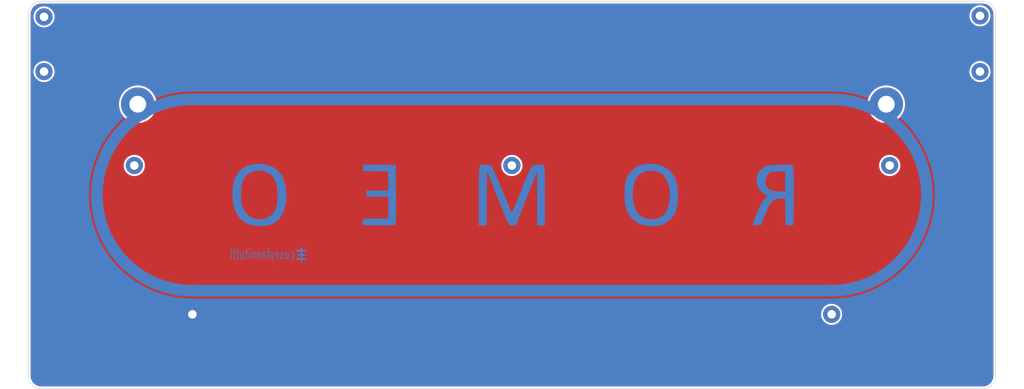
<source format=kicad_pcb>
(kicad_pcb (version 20171130) (host pcbnew "(5.1.4)-1")

  (general
    (thickness 1.6)
    (drawings 10)
    (tracks 0)
    (zones 0)
    (modules 14)
    (nets 2)
  )

  (page A4)
  (layers
    (0 F.Cu signal)
    (31 B.Cu signal)
    (32 B.Adhes user)
    (33 F.Adhes user)
    (34 B.Paste user)
    (35 F.Paste user)
    (36 B.SilkS user)
    (37 F.SilkS user)
    (38 B.Mask user)
    (39 F.Mask user)
    (40 Dwgs.User user)
    (41 Cmts.User user)
    (42 Eco1.User user)
    (43 Eco2.User user)
    (44 Edge.Cuts user)
    (45 Margin user)
    (46 B.CrtYd user)
    (47 F.CrtYd user)
    (48 B.Fab user)
    (49 F.Fab user)
  )

  (setup
    (last_trace_width 0.25)
    (trace_clearance 0.2)
    (zone_clearance 0.508)
    (zone_45_only no)
    (trace_min 0.2)
    (via_size 0.8)
    (via_drill 0.4)
    (via_min_size 0.4)
    (via_min_drill 0.3)
    (uvia_size 0.3)
    (uvia_drill 0.1)
    (uvias_allowed no)
    (uvia_min_size 0.2)
    (uvia_min_drill 0.1)
    (edge_width 0.05)
    (segment_width 0.2)
    (pcb_text_width 0.3)
    (pcb_text_size 1.5 1.5)
    (mod_edge_width 0.12)
    (mod_text_size 1 1)
    (mod_text_width 0.15)
    (pad_size 1.524 1.524)
    (pad_drill 0.762)
    (pad_to_mask_clearance 0.051)
    (solder_mask_min_width 0.25)
    (aux_axis_origin 0 0)
    (visible_elements 7FFFF7FF)
    (pcbplotparams
      (layerselection 0x010f0_ffffffff)
      (usegerberextensions false)
      (usegerberattributes false)
      (usegerberadvancedattributes false)
      (creategerberjobfile false)
      (excludeedgelayer true)
      (linewidth 2.000000)
      (plotframeref false)
      (viasonmask false)
      (mode 1)
      (useauxorigin false)
      (hpglpennumber 1)
      (hpglpenspeed 20)
      (hpglpendiameter 15.000000)
      (psnegative false)
      (psa4output false)
      (plotreference true)
      (plotvalue true)
      (plotinvisibletext false)
      (padsonsilk false)
      (subtractmaskfromsilk false)
      (outputformat 1)
      (mirror false)
      (drillshape 0)
      (scaleselection 1)
      (outputdirectory ""))
  )

  (net 0 "")
  (net 1 GND)

  (net_class Default "This is the default net class."
    (clearance 0.2)
    (trace_width 0.25)
    (via_dia 0.8)
    (via_drill 0.4)
    (uvia_dia 0.3)
    (uvia_drill 0.1)
    (add_net GND)
  )

  (module MountingHole:MountingHole_4.3mm_M4_Pad (layer F.Cu) (tedit 56D1B4CB) (tstamp 5DB8EA7B)
    (at 241.366999 38.1334)
    (descr "Mounting Hole 4.3mm, M4")
    (tags "mounting hole 4.3mm m4")
    (attr virtual)
    (fp_text reference REF** (at 0 -5.3) (layer Cmts.User)
      (effects (font (size 1 1) (thickness 0.15)))
    )
    (fp_text value MountingHole_4.3mm_M4_Pad (at 0 5.3) (layer F.Fab)
      (effects (font (size 1 1) (thickness 0.15)))
    )
    (fp_text user %R (at 0.3 0) (layer F.Fab)
      (effects (font (size 1 1) (thickness 0.15)))
    )
    (fp_circle (center 0 0) (end 4.3 0) (layer Cmts.User) (width 0.15))
    (fp_circle (center 0 0) (end 4.55 0) (layer F.CrtYd) (width 0.05))
    (pad 1 thru_hole circle (at 0 0) (size 8.6 8.6) (drill 4.3) (layers *.Cu *.Mask))
  )

  (module MountingHole:MountingHole_4.3mm_M4_Pad (layer F.Cu) (tedit 56D1B4CB) (tstamp 5DB8EA42)
    (at 49.717001 38.1334)
    (descr "Mounting Hole 4.3mm, M4")
    (tags "mounting hole 4.3mm m4")
    (attr virtual)
    (fp_text reference REF** (at 0 -5.3) (layer Cmts.User)
      (effects (font (size 1 1) (thickness 0.15)))
    )
    (fp_text value MountingHole_4.3mm_M4_Pad (at 0 5.3) (layer F.Fab)
      (effects (font (size 1 1) (thickness 0.15)))
    )
    (fp_circle (center 0 0) (end 4.55 0) (layer F.CrtYd) (width 0.05))
    (fp_circle (center 0 0) (end 4.3 0) (layer Cmts.User) (width 0.15))
    (fp_text user %R (at 0.3 0) (layer F.Fab)
      (effects (font (size 1 1) (thickness 0.15)))
    )
    (pad 1 thru_hole circle (at 0 0) (size 8.6 8.6) (drill 4.3) (layers *.Cu *.Mask))
  )

  (module "logos:TOPY 4MM COPPER" (layer B.Cu) (tedit 5CDE2DB2) (tstamp 5DB8D943)
    (at 91.6178 76.680458)
    (fp_text reference G*** (at 0 0) (layer B.SilkS) hide
      (effects (font (size 1.524 1.524) (thickness 0.3)) (justify mirror))
    )
    (fp_text value LOGO (at 0.75 0) (layer B.SilkS) hide
      (effects (font (size 1.524 1.524) (thickness 0.3)) (justify mirror))
    )
    (fp_poly (pts (xy 0.220134 1.320919) (xy 0.789517 1.318742) (xy 1.3589 1.316566) (xy 1.3589 0.910166)
      (xy 0.220134 0.905814) (xy 0.220134 0.245533) (xy 0.939801 0.245533) (xy 0.939801 -0.186267)
      (xy 0.220134 -0.186267) (xy 0.220134 -0.863481) (xy 0.789517 -0.865658) (xy 1.3589 -0.867834)
      (xy 1.361163 -1.081617) (xy 1.363425 -1.2954) (xy 0.220134 -1.2954) (xy 0.220134 -1.913467)
      (xy -0.220133 -1.913467) (xy -0.220133 -1.2954) (xy -1.354666 -1.2954) (xy -1.354666 -0.863601)
      (xy -0.220133 -0.863601) (xy -0.220133 -0.186267) (xy -0.931333 -0.186267) (xy -0.931333 0.245533)
      (xy -0.220133 0.245533) (xy -0.220133 0.905933) (xy -1.354666 0.905933) (xy -1.354666 1.320799)
      (xy -0.220352 1.320799) (xy -0.2159 1.909233) (xy 0.002117 1.911492) (xy 0.220134 1.913752)
      (xy 0.220134 1.320919)) (layer B.Cu) (width 0.01))
  )

  (module "logos:TOPY 4MM MASK" (layer B.Cu) (tedit 0) (tstamp 5DB8D8FA)
    (at 91.6178 76.680458)
    (fp_text reference G*** (at 0 0) (layer B.SilkS) hide
      (effects (font (size 1.524 1.524) (thickness 0.3)) (justify mirror))
    )
    (fp_text value LOGO (at 0.75 0) (layer B.SilkS) hide
      (effects (font (size 1.524 1.524) (thickness 0.3)) (justify mirror))
    )
    (fp_poly (pts (xy 0.220134 1.320919) (xy 0.789517 1.318742) (xy 1.3589 1.316566) (xy 1.3589 0.910166)
      (xy 0.220134 0.905814) (xy 0.220134 0.245533) (xy 0.939801 0.245533) (xy 0.939801 -0.186267)
      (xy 0.220134 -0.186267) (xy 0.220134 -0.863481) (xy 0.789517 -0.865658) (xy 1.3589 -0.867834)
      (xy 1.361163 -1.081617) (xy 1.363425 -1.2954) (xy 0.220134 -1.2954) (xy 0.220134 -1.913467)
      (xy -0.220133 -1.913467) (xy -0.220133 -1.2954) (xy -1.354666 -1.2954) (xy -1.354666 -0.863601)
      (xy -0.220133 -0.863601) (xy -0.220133 -0.186267) (xy -0.931333 -0.186267) (xy -0.931333 0.245533)
      (xy -0.220133 0.245533) (xy -0.220133 0.905933) (xy -1.354666 0.905933) (xy -1.354666 1.320799)
      (xy -0.220352 1.320799) (xy -0.2159 1.909233) (xy 0.002117 1.911492) (xy 0.220134 1.913752)
      (xy 0.220134 1.320919)) (layer B.Mask) (width 0.01))
  )

  (module logos:ROMEO_LARGE_COPPER (layer B.Cu) (tedit 5DB87D25) (tstamp 5DB8D80E)
    (at 145.504499 61.3726 180)
    (fp_text reference G*** (at 0 0) (layer B.SilkS) hide
      (effects (font (size 1.524 1.524) (thickness 0.3)) (justify mirror))
    )
    (fp_text value LOGO (at 0.75 0) (layer B.SilkS) hide
      (effects (font (size 1.524 1.524) (thickness 0.3)) (justify mirror))
    )
    (fp_line (start -81.766667 -24.5) (end 81.766667 -24.5) (layer B.Cu) (width 3))
    (fp_line (start -81.766667 24.5) (end 81.766667 24.5) (layer B.Cu) (width 3))
    (fp_arc (start 81.766667 0) (end 81.766667 -24.5) (angle 180) (layer B.Cu) (width 3))
    (fp_arc (start -81.766667 0) (end -81.766667 24.5) (angle 180) (layer B.Cu) (width 3))
    (fp_poly (pts (xy 38.058044 6.967686) (xy 37.988597 6.127193) (xy 34.813597 6.065374) (xy 31.638597 6.003554)
      (xy 31.638597 1.114035) (xy 37.208772 1.114035) (xy 37.208772 -0.445614) (xy 31.638597 -0.445614)
      (xy 31.638597 -6.01579) (xy 34.854284 -6.01579) (xy 36.114634 -6.019496) (xy 36.99992 -6.036855)
      (xy 37.580673 -6.077229) (xy 37.927422 -6.14998) (xy 38.110697 -6.264471) (xy 38.201029 -6.430062)
      (xy 38.211404 -6.461404) (xy 38.264297 -7.053987) (xy 38.211404 -7.352632) (xy 38.139904 -7.50954)
      (xy 37.998435 -7.62457) (xy 37.725147 -7.704199) (xy 37.258191 -7.754904) (xy 36.535715 -7.783161)
      (xy 35.495871 -7.795447) (xy 34.076808 -7.798239) (xy 33.956063 -7.798246) (xy 32.405119 -7.790255)
      (xy 31.254492 -7.764289) (xy 30.459141 -7.717359) (xy 29.97402 -7.646478) (xy 29.754087 -7.548655)
      (xy 29.734673 -7.518153) (xy 29.710735 -7.235369) (xy 29.692114 -6.561148) (xy 29.679152 -5.549638)
      (xy 29.672188 -4.254988) (xy 29.671564 -2.731347) (xy 29.677621 -1.032864) (xy 29.685964 0.224391)
      (xy 29.744737 7.686842) (xy 33.936115 7.747511) (xy 38.127492 7.808179) (xy 38.058044 6.967686)) (layer B.Cu) (width 0.01))
    (fp_poly (pts (xy -6.263758 7.760891) (xy -5.557962 7.611175) (xy -5.155581 7.408333) (xy -4.937244 7.084756)
      (xy -4.583475 6.384598) (xy -4.112726 5.349477) (xy -3.543449 4.021012) (xy -2.894096 2.440822)
      (xy -2.36568 1.115645) (xy -1.68635 -0.602061) (xy -1.148135 -1.943259) (xy -0.732098 -2.947325)
      (xy -0.419304 -3.653631) (xy -0.190815 -4.10155) (xy -0.027697 -4.330456) (xy 0.088987 -4.379721)
      (xy 0.178173 -4.288718) (xy 0.206083 -4.231724) (xy 0.356123 -3.878602) (xy 0.649688 -3.175591)
      (xy 1.060957 -2.18498) (xy 1.564107 -0.969061) (xy 2.133317 0.409875) (xy 2.632356 1.621241)
      (xy 3.240813 3.081491) (xy 3.813563 4.422274) (xy 4.323488 5.582741) (xy 4.743469 6.502041)
      (xy 5.046385 7.119325) (xy 5.189311 7.358522) (xy 5.565207 7.642414) (xy 6.14617 7.774935)
      (xy 6.748872 7.798245) (xy 7.468841 7.75056) (xy 8.019477 7.62853) (xy 8.199299 7.530877)
      (xy 8.277427 7.323068) (xy 8.34048 6.851126) (xy 8.389515 6.084228) (xy 8.425588 4.99155)
      (xy 8.449757 3.542268) (xy 8.463078 1.705557) (xy 8.466667 -0.267369) (xy 8.466667 -7.798246)
      (xy 6.467752 -7.798246) (xy 6.408876 -0.864593) (xy 6.35 6.069061) (xy 4.03823 0.305144)
      (xy 3.219148 -1.738925) (xy 2.548872 -3.408229) (xy 2.00775 -4.740547) (xy 1.576133 -5.773661)
      (xy 1.23437 -6.54535) (xy 0.96281 -7.093395) (xy 0.741804 -7.455577) (xy 0.551701 -7.669677)
      (xy 0.372851 -7.773475) (xy 0.185604 -7.804751) (xy -0.029691 -7.801286) (xy -0.176476 -7.798246)
      (xy -1.045895 -7.798246) (xy -2.897212 -3.063597) (xy -3.491909 -1.544769) (xy -4.090067 -0.020815)
      (xy -4.652916 1.409756) (xy -5.141684 2.648434) (xy -5.5176 3.596709) (xy -5.593739 3.787719)
      (xy -6.438949 5.904386) (xy -6.461403 -7.798246) (xy -8.466666 -7.798246) (xy -8.466666 -0.267369)
      (xy -8.462062 1.937848) (xy -8.447546 3.728362) (xy -8.422059 5.134998) (xy -8.384547 6.18858)
      (xy -8.333951 6.919933) (xy -8.269215 7.35988) (xy -8.199298 7.530877) (xy -7.754218 7.727578)
      (xy -7.052441 7.80197) (xy -6.263758 7.760891)) (layer B.Cu) (width 0.01))
    (fp_poly (pts (xy -69.408791 7.779692) (xy -68.610826 7.75891) (xy -67.337782 7.71351) (xy -66.413588 7.651787)
      (xy -65.741483 7.559313) (xy -65.224707 7.421664) (xy -64.766499 7.224412) (xy -64.660996 7.170033)
      (xy -63.677324 6.428583) (xy -63.020843 5.469372) (xy -62.688977 4.374348) (xy -62.679148 3.225461)
      (xy -62.988782 2.104659) (xy -63.615301 1.093889) (xy -64.55613 0.275101) (xy -64.883657 0.087195)
      (xy -65.532744 -0.248461) (xy -64.954601 -0.703229) (xy -64.509537 -1.175661) (xy -64.040743 -1.854585)
      (xy -63.847813 -2.201227) (xy -63.49443 -2.942784) (xy -63.091065 -3.857451) (xy -62.677601 -4.845651)
      (xy -62.293924 -5.807811) (xy -61.979917 -6.644358) (xy -61.775467 -7.255717) (xy -61.717544 -7.51954)
      (xy -61.853953 -7.708208) (xy -62.310794 -7.770675) (xy -62.761137 -7.754752) (xy -63.804731 -7.686842)
      (xy -64.865053 -5.013158) (xy -65.482753 -3.54723) (xy -66.040848 -2.461882) (xy -66.587804 -1.705386)
      (xy -67.172087 -1.226011) (xy -67.842162 -0.972028) (xy -68.646494 -0.891707) (xy -68.726889 -0.891228)
      (xy -69.949797 -0.891228) (xy -70.072807 -7.686842) (xy -70.972118 -7.753028) (xy -71.577379 -7.758784)
      (xy -71.978066 -7.691657) (xy -72.030451 -7.660192) (xy -72.068794 -7.406722) (xy -72.103811 -6.761386)
      (xy -72.134353 -5.777926) (xy -72.159269 -4.510084) (xy -72.177409 -3.011603) (xy -72.187624 -1.336225)
      (xy -72.189473 -0.228258) (xy -72.18553 1.883348) (xy -72.172699 3.58879) (xy -72.14948 4.927455)
      (xy -72.114373 5.938731) (xy -72.109207 6.015789) (xy -69.961403 6.015789) (xy -69.961403 0.891228)
      (xy -68.506001 0.891228) (xy -67.607078 0.940889) (xy -66.770922 1.069558) (xy -66.29273 1.207886)
      (xy -65.523229 1.744744) (xy -65.044173 2.521415) (xy -64.870716 3.4273) (xy -65.018016 4.351803)
      (xy -65.501229 5.184323) (xy -65.717828 5.40307) (xy -66.105275 5.713564) (xy -66.494068 5.897085)
      (xy -67.016154 5.986436) (xy -67.803482 6.01442) (xy -68.182462 6.015789) (xy -69.961403 6.015789)
      (xy -72.109207 6.015789) (xy -72.065878 6.662006) (xy -72.002494 7.136669) (xy -71.922722 7.402108)
      (xy -71.897229 7.444322) (xy -71.736817 7.605871) (xy -71.48429 7.712857) (xy -71.063124 7.772606)
      (xy -70.396798 7.792443) (xy -69.408791 7.779692)) (layer B.Cu) (width 0.01))
    (fp_poly (pts (xy 66.173002 7.903107) (xy 67.784101 7.47458) (xy 69.131747 6.694666) (xy 70.204954 5.569357)
      (xy 70.871495 4.395325) (xy 71.233463 3.231018) (xy 71.453463 1.786079) (xy 71.527721 0.203524)
      (xy 71.452461 -1.373635) (xy 71.223908 -2.802382) (xy 71.075739 -3.341172) (xy 70.367227 -4.96413)
      (xy 69.396506 -6.228495) (xy 68.155294 -7.140474) (xy 66.635311 -7.706274) (xy 64.956907 -7.927538)
      (xy 63.969484 -7.935317) (xy 63.031509 -7.88692) (xy 62.329974 -7.792651) (xy 62.274562 -7.779748)
      (xy 60.859113 -7.211333) (xy 59.688675 -6.284701) (xy 58.77664 -5.022321) (xy 58.136401 -3.446667)
      (xy 57.781351 -1.58021) (xy 57.709662 -0.120294) (xy 57.749391 0.421401) (xy 59.971778 0.421401)
      (xy 59.990026 -1.390739) (xy 60.21517 -2.855145) (xy 60.661333 -4.025841) (xy 61.342638 -4.956854)
      (xy 61.390491 -5.005461) (xy 62.429854 -5.74476) (xy 63.684196 -6.158157) (xy 65.041861 -6.222874)
      (xy 66.196138 -5.98591) (xy 67.222778 -5.42566) (xy 68.13059 -4.509218) (xy 68.833183 -3.324823)
      (xy 68.858649 -3.266502) (xy 69.098905 -2.61556) (xy 69.246354 -1.934749) (xy 69.320153 -1.088483)
      (xy 69.339459 0.058826) (xy 69.339315 0.135463) (xy 69.246727 1.850905) (xy 68.965325 3.223588)
      (xy 68.474897 4.323241) (xy 67.911686 5.060477) (xy 67.024621 5.705738) (xy 65.89518 6.097652)
      (xy 64.653096 6.228037) (xy 63.428105 6.088708) (xy 62.349942 5.671481) (xy 61.999474 5.433422)
      (xy 61.130769 4.558581) (xy 60.52271 3.487792) (xy 60.14667 2.150295) (xy 59.974024 0.475331)
      (xy 59.971778 0.421401) (xy 57.749391 0.421401) (xy 57.866386 2.016547) (xy 58.326968 3.835971)
      (xy 59.087184 5.332797) (xy 60.142808 6.501843) (xy 61.489617 7.337928) (xy 63.123386 7.835871)
      (xy 64.309439 7.974254) (xy 66.173002 7.903107)) (layer B.Cu) (width 0.01))
    (fp_poly (pts (xy -34.364576 7.955833) (xy -32.93558 7.660338) (xy -31.717675 7.064037) (xy -30.755723 6.268171)
      (xy -30.023568 5.436289) (xy -29.496787 4.56818) (xy -29.14735 3.572589) (xy -28.947227 2.358266)
      (xy -28.868387 0.833955) (xy -28.864555 0.111403) (xy -28.884456 -1.145744) (xy -28.942234 -2.077231)
      (xy -29.053102 -2.802436) (xy -29.232268 -3.440735) (xy -29.361347 -3.787719) (xy -30.162325 -5.322999)
      (xy -31.212616 -6.496813) (xy -32.528123 -7.319917) (xy -34.124751 -7.803068) (xy -35.513602 -7.948709)
      (xy -36.939608 -7.927752) (xy -38.09107 -7.758653) (xy -38.343055 -7.687898) (xy -39.512167 -7.11678)
      (xy -40.606739 -6.232496) (xy -41.486989 -5.162694) (xy -41.856382 -4.479602) (xy -42.269651 -3.143072)
      (xy -42.509175 -1.552966) (xy -42.563586 -0.125848) (xy -40.448537 -0.125848) (xy -40.32965 -1.642122)
      (xy -40.018123 -3.045337) (xy -39.537386 -4.233525) (xy -38.910872 -5.104715) (xy -38.841202 -5.170386)
      (xy -37.847414 -5.7939) (xy -36.628167 -6.14281) (xy -35.321887 -6.199734) (xy -34.066998 -5.947288)
      (xy -33.729398 -5.812341) (xy -32.632293 -5.076592) (xy -31.810182 -3.992807) (xy -31.264973 -2.565089)
      (xy -30.99858 -0.797534) (xy -30.970175 0.106375) (xy -31.105587 2.008722) (xy -31.51135 3.558318)
      (xy -32.186755 4.754345) (xy -33.131092 5.595986) (xy -34.343652 6.082422) (xy -35.823726 6.212836)
      (xy -36.246682 6.188792) (xy -37.571886 5.889636) (xy -38.645697 5.230035) (xy -39.471955 4.205513)
      (xy -40.054496 2.811593) (xy -40.351352 1.401514) (xy -40.448537 -0.125848) (xy -42.563586 -0.125848)
      (xy -42.573993 0.147095) (xy -42.463147 1.813488) (xy -42.175678 3.302592) (xy -41.913433 4.061942)
      (xy -41.061993 5.534996) (xy -39.92112 6.672331) (xy -38.504903 7.464488) (xy -36.827431 7.90201)
      (xy -36.083456 7.975776) (xy -34.364576 7.955833)) (layer B.Cu) (width 0.01))
  )

  (module cftkb:MountingHole_2.2mm_M2_Pad (layer F.Cu) (tedit 5CFB748D) (tstamp 5DB66682)
    (at 227.3808 91.9226)
    (descr "Mounting Hole 2.2mm, M2")
    (tags "mounting hole 2.2mm m2")
    (attr virtual)
    (fp_text reference REF** (at 0 -3.2) (layer Cmts.User)
      (effects (font (size 1 1) (thickness 0.15)))
    )
    (fp_text value MountingHole_2.2mm_M2_Pad (at 0 3.2) (layer F.Fab)
      (effects (font (size 1 1) (thickness 0.15)))
    )
    (fp_circle (center 0 0) (end 2.45 0) (layer F.CrtYd) (width 0.05))
    (fp_circle (center 0 0) (end 2.2 0) (layer Cmts.User) (width 0.15))
    (fp_text user %R (at 0.3 0) (layer F.Fab)
      (effects (font (size 1 1) (thickness 0.15)))
    )
    (pad 1 thru_hole circle (at 0 0) (size 4.4 4.4) (drill 2.2) (layers *.Cu *.Mask))
  )

  (module cftkb:MountingHole_2.2mm_M2_Pad (layer F.Cu) (tedit 5CFB748D) (tstamp 5DB66586)
    (at 63.7032 91.9226)
    (descr "Mounting Hole 2.2mm, M2")
    (tags "mounting hole 2.2mm m2")
    (path /5DB89C8E)
    (attr virtual)
    (fp_text reference H1 (at 0 -3.2) (layer Cmts.User)
      (effects (font (size 1 1) (thickness 0.15)))
    )
    (fp_text value MountingHole_Pad (at 0 3.2) (layer F.Fab)
      (effects (font (size 1 1) (thickness 0.15)))
    )
    (fp_text user %R (at 0.3 0) (layer F.Fab)
      (effects (font (size 1 1) (thickness 0.15)))
    )
    (fp_circle (center 0 0) (end 2.2 0) (layer Cmts.User) (width 0.15))
    (fp_circle (center 0 0) (end 2.45 0) (layer F.CrtYd) (width 0.05))
    (pad 1 thru_hole circle (at 0 0) (size 4.4 4.4) (drill 2.2) (layers *.Cu *.Mask)
      (net 1 GND))
  )

  (module cftkb:MountingHole_2.2mm_M2_Pad (layer F.Cu) (tedit 5CFB748D) (tstamp 5DB663EE)
    (at 48.8442 53.8226)
    (descr "Mounting Hole 2.2mm, M2")
    (tags "mounting hole 2.2mm m2")
    (attr virtual)
    (fp_text reference REF** (at 0 -3.2) (layer Cmts.User)
      (effects (font (size 1 1) (thickness 0.15)))
    )
    (fp_text value MountingHole_2.2mm_M2_Pad (at 0 3.2) (layer F.Fab)
      (effects (font (size 1 1) (thickness 0.15)))
    )
    (fp_circle (center 0 0) (end 2.45 0) (layer F.CrtYd) (width 0.05))
    (fp_circle (center 0 0) (end 2.2 0) (layer Cmts.User) (width 0.15))
    (fp_text user %R (at 0.3 0) (layer F.Fab)
      (effects (font (size 1 1) (thickness 0.15)))
    )
    (pad 1 thru_hole circle (at 0 0) (size 4.4 4.4) (drill 2.2) (layers *.Cu *.Mask))
  )

  (module cftkb:MountingHole_2.2mm_M2_Pad (layer F.Cu) (tedit 5CFB748D) (tstamp 5DB66356)
    (at 242.2398 53.8226)
    (descr "Mounting Hole 2.2mm, M2")
    (tags "mounting hole 2.2mm m2")
    (attr virtual)
    (fp_text reference REF** (at 0 -3.2) (layer Cmts.User)
      (effects (font (size 1 1) (thickness 0.15)))
    )
    (fp_text value MountingHole_2.2mm_M2_Pad (at 0 3.2) (layer F.Fab)
      (effects (font (size 1 1) (thickness 0.15)))
    )
    (fp_text user %R (at 0.3 0) (layer F.Fab)
      (effects (font (size 1 1) (thickness 0.15)))
    )
    (fp_circle (center 0 0) (end 2.2 0) (layer Cmts.User) (width 0.15))
    (fp_circle (center 0 0) (end 2.45 0) (layer F.CrtYd) (width 0.05))
    (pad 1 thru_hole circle (at 0 0) (size 4.4 4.4) (drill 2.2) (layers *.Cu *.Mask))
  )

  (module cftkb:MountingHole_2.2mm_M2_Pad (layer F.Cu) (tedit 5CFB748D) (tstamp 5DB6625C)
    (at 145.504499 53.8226)
    (descr "Mounting Hole 2.2mm, M2")
    (tags "mounting hole 2.2mm m2")
    (attr virtual)
    (fp_text reference REF** (at 0 -3.2) (layer Cmts.User)
      (effects (font (size 1 1) (thickness 0.15)))
    )
    (fp_text value MountingHole_2.2mm_M2_Pad (at 0 3.2) (layer F.Fab)
      (effects (font (size 1 1) (thickness 0.15)))
    )
    (fp_text user %R (at 0.3 0) (layer F.Fab)
      (effects (font (size 1 1) (thickness 0.15)))
    )
    (fp_circle (center 0 0) (end 2.2 0) (layer Cmts.User) (width 0.15))
    (fp_circle (center 0 0) (end 2.45 0) (layer F.CrtYd) (width 0.05))
    (pad 1 thru_hole circle (at 0 0) (size 4.4 4.4) (drill 2.2) (layers *.Cu *.Mask))
  )

  (module cftkb:MountingHole_2.2mm_M2_Pad (layer F.Cu) (tedit 5CFB748D) (tstamp 5DB55512)
    (at 265.366999 15.497599)
    (descr "Mounting Hole 2.2mm, M2")
    (tags "mounting hole 2.2mm m2")
    (attr virtual)
    (fp_text reference REF** (at 0 -3.2) (layer Cmts.User)
      (effects (font (size 1 1) (thickness 0.15)))
    )
    (fp_text value MountingHole_2.2mm_M2_Pad (at 0 3.2) (layer F.Fab)
      (effects (font (size 1 1) (thickness 0.15)))
    )
    (fp_text user %R (at 0.3 0) (layer F.Fab)
      (effects (font (size 1 1) (thickness 0.15)))
    )
    (fp_circle (center 0 0) (end 2.2 0) (layer Cmts.User) (width 0.15))
    (fp_circle (center 0 0) (end 2.45 0) (layer F.CrtYd) (width 0.05))
    (pad 1 thru_hole circle (at 0 0) (size 4.4 4.4) (drill 2.2) (layers *.Cu *.Mask))
  )

  (module cftkb:MountingHole_2.2mm_M2_Pad (layer F.Cu) (tedit 5CFB748D) (tstamp 5DB55504)
    (at 265.366999 29.7726)
    (descr "Mounting Hole 2.2mm, M2")
    (tags "mounting hole 2.2mm m2")
    (attr virtual)
    (fp_text reference REF** (at 0 -3.2) (layer Cmts.User)
      (effects (font (size 1 1) (thickness 0.15)))
    )
    (fp_text value MountingHole_2.2mm_M2_Pad (at 0 3.2) (layer F.Fab)
      (effects (font (size 1 1) (thickness 0.15)))
    )
    (fp_circle (center 0 0) (end 2.45 0) (layer F.CrtYd) (width 0.05))
    (fp_circle (center 0 0) (end 2.2 0) (layer Cmts.User) (width 0.15))
    (fp_text user %R (at 0.3 0) (layer F.Fab)
      (effects (font (size 1 1) (thickness 0.15)))
    )
    (pad 1 thru_hole circle (at 0 0) (size 4.4 4.4) (drill 2.2) (layers *.Cu *.Mask))
  )

  (module cftkb:MountingHole_2.2mm_M2_Pad (layer F.Cu) (tedit 5CFB748D) (tstamp 5DB55461)
    (at 25.717001 29.7726)
    (descr "Mounting Hole 2.2mm, M2")
    (tags "mounting hole 2.2mm m2")
    (attr virtual)
    (fp_text reference REF** (at 0 -3.2) (layer Cmts.User)
      (effects (font (size 1 1) (thickness 0.15)))
    )
    (fp_text value MountingHole_2.2mm_M2_Pad (at 0 3.2) (layer F.Fab)
      (effects (font (size 1 1) (thickness 0.15)))
    )
    (fp_text user %R (at 0.3 0) (layer F.Fab)
      (effects (font (size 1 1) (thickness 0.15)))
    )
    (fp_circle (center 0 0) (end 2.2 0) (layer Cmts.User) (width 0.15))
    (fp_circle (center 0 0) (end 2.45 0) (layer F.CrtYd) (width 0.05))
    (pad 1 thru_hole circle (at 0 0) (size 4.4 4.4) (drill 2.2) (layers *.Cu *.Mask))
  )

  (module cftkb:MountingHole_2.2mm_M2_Pad (layer F.Cu) (tedit 5CFB748D) (tstamp 5DB55430)
    (at 25.717001 15.7726)
    (descr "Mounting Hole 2.2mm, M2")
    (tags "mounting hole 2.2mm m2")
    (attr virtual)
    (fp_text reference REF** (at 0 -3.2) (layer Cmts.User)
      (effects (font (size 1 1) (thickness 0.15)))
    )
    (fp_text value MountingHole_2.2mm_M2_Pad (at 0 3.2) (layer F.Fab)
      (effects (font (size 1 1) (thickness 0.15)))
    )
    (fp_circle (center 0 0) (end 2.45 0) (layer F.CrtYd) (width 0.05))
    (fp_circle (center 0 0) (end 2.2 0) (layer Cmts.User) (width 0.15))
    (fp_text user %R (at 0.3 0) (layer F.Fab)
      (effects (font (size 1 1) (thickness 0.15)))
    )
    (pad 1 thru_hole circle (at 0 0) (size 4.4 4.4) (drill 2.2) (layers *.Cu *.Mask))
  )

  (gr_text coseyfannitutti (at 81.5848 76.5556) (layer B.Mask) (tstamp 5DB8D919)
    (effects (font (size 2.5 1.5) (thickness 0.2)) (justify mirror))
  )
  (gr_text coseyfannitutti (at 81.5848 76.5556) (layer B.Cu)
    (effects (font (size 2.5 1.5) (thickness 0.2)) (justify mirror))
  )
  (gr_line (start 269.366999 107.662541) (end 269.367 15.07666) (layer Edge.Cuts) (width 0.15) (tstamp 5DB3E653))
  (gr_line (start 21.717001 15.082659) (end 21.717 107.6706) (layer Edge.Cuts) (width 0.15) (tstamp 5DB3E635))
  (gr_arc (start 25.02406 15.079659) (end 25.02106 11.7726) (angle -90) (layer Edge.Cuts) (width 0.15) (tstamp 5DB3E60D))
  (gr_arc (start 266.059941 15.07966) (end 269.367 15.07666) (angle -90) (layer Edge.Cuts) (width 0.15) (tstamp 5DB3E5DB))
  (gr_line (start 25.027059 110.974659) (end 266.06294 110.9726) (layer Edge.Cuts) (width 0.15) (tstamp 5DB3E2B6))
  (gr_arc (start 266.05994 107.665541) (end 266.06294 110.9726) (angle -90) (layer Edge.Cuts) (width 0.15) (tstamp 5DB3E27C))
  (gr_arc (start 25.024059 107.6676) (end 21.717 107.6706) (angle -90) (layer Edge.Cuts) (width 0.15))
  (gr_line (start 25.02106 11.7726) (end 266.056941 11.772601) (layer Edge.Cuts) (width 0.15))

  (zone (net 1) (net_name GND) (layer F.Cu) (tstamp 5DB67478) (hatch edge 0.508)
    (connect_pads yes (clearance 0.508))
    (min_thickness 0.254)
    (fill yes (arc_segments 32) (thermal_gap 0.508) (thermal_bridge_width 0.508))
    (polygon
      (pts
        (xy 21.7424 11.7602) (xy 269.4178 11.811) (xy 269.4178 111.0234) (xy 21.6916 110.998)
      )
    )
    (filled_polygon
      (pts
        (xy 266.022539 12.482601) (xy 266.561408 12.534944) (xy 267.046132 12.680812) (xy 267.493287 12.918047) (xy 267.885849 13.237621)
        (xy 268.208862 13.627355) (xy 268.450023 14.072408) (xy 268.600148 14.555829) (xy 268.657001 15.092077) (xy 268.656999 107.628138)
        (xy 268.604656 108.167009) (xy 268.458788 108.651732) (xy 268.221552 109.098888) (xy 267.901979 109.491449) (xy 267.512243 109.814463)
        (xy 267.067192 110.055623) (xy 266.583771 110.205748) (xy 266.047529 110.2626) (xy 25.061466 110.264659) (xy 24.522591 110.212316)
        (xy 24.037868 110.066448) (xy 23.590712 109.829212) (xy 23.198151 109.509639) (xy 22.875137 109.119903) (xy 22.633977 108.674852)
        (xy 22.483852 108.191431) (xy 22.426999 107.655183) (xy 22.426999 91.643377) (xy 224.5458 91.643377) (xy 224.5458 92.201823)
        (xy 224.654748 92.749539) (xy 224.868456 93.265476) (xy 225.178712 93.729807) (xy 225.573593 94.124688) (xy 226.037924 94.434944)
        (xy 226.553861 94.648652) (xy 227.101577 94.7576) (xy 227.660023 94.7576) (xy 228.207739 94.648652) (xy 228.723676 94.434944)
        (xy 229.188007 94.124688) (xy 229.582888 93.729807) (xy 229.893144 93.265476) (xy 230.106852 92.749539) (xy 230.2158 92.201823)
        (xy 230.2158 91.643377) (xy 230.106852 91.095661) (xy 229.893144 90.579724) (xy 229.582888 90.115393) (xy 229.188007 89.720512)
        (xy 228.723676 89.410256) (xy 228.207739 89.196548) (xy 227.660023 89.0876) (xy 227.101577 89.0876) (xy 226.553861 89.196548)
        (xy 226.037924 89.410256) (xy 225.573593 89.720512) (xy 225.178712 90.115393) (xy 224.868456 90.579724) (xy 224.654748 91.095661)
        (xy 224.5458 91.643377) (xy 22.426999 91.643377) (xy 22.426999 53.543377) (xy 46.0092 53.543377) (xy 46.0092 54.101823)
        (xy 46.118148 54.649539) (xy 46.331856 55.165476) (xy 46.642112 55.629807) (xy 47.036993 56.024688) (xy 47.501324 56.334944)
        (xy 48.017261 56.548652) (xy 48.564977 56.6576) (xy 49.123423 56.6576) (xy 49.671139 56.548652) (xy 50.187076 56.334944)
        (xy 50.651407 56.024688) (xy 51.046288 55.629807) (xy 51.356544 55.165476) (xy 51.570252 54.649539) (xy 51.6792 54.101823)
        (xy 51.6792 53.543377) (xy 142.669499 53.543377) (xy 142.669499 54.101823) (xy 142.778447 54.649539) (xy 142.992155 55.165476)
        (xy 143.302411 55.629807) (xy 143.697292 56.024688) (xy 144.161623 56.334944) (xy 144.67756 56.548652) (xy 145.225276 56.6576)
        (xy 145.783722 56.6576) (xy 146.331438 56.548652) (xy 146.847375 56.334944) (xy 147.311706 56.024688) (xy 147.706587 55.629807)
        (xy 148.016843 55.165476) (xy 148.230551 54.649539) (xy 148.339499 54.101823) (xy 148.339499 53.543377) (xy 239.4048 53.543377)
        (xy 239.4048 54.101823) (xy 239.513748 54.649539) (xy 239.727456 55.165476) (xy 240.037712 55.629807) (xy 240.432593 56.024688)
        (xy 240.896924 56.334944) (xy 241.412861 56.548652) (xy 241.960577 56.6576) (xy 242.519023 56.6576) (xy 243.066739 56.548652)
        (xy 243.582676 56.334944) (xy 244.047007 56.024688) (xy 244.441888 55.629807) (xy 244.752144 55.165476) (xy 244.965852 54.649539)
        (xy 245.0748 54.101823) (xy 245.0748 53.543377) (xy 244.965852 52.995661) (xy 244.752144 52.479724) (xy 244.441888 52.015393)
        (xy 244.047007 51.620512) (xy 243.582676 51.310256) (xy 243.066739 51.096548) (xy 242.519023 50.9876) (xy 241.960577 50.9876)
        (xy 241.412861 51.096548) (xy 240.896924 51.310256) (xy 240.432593 51.620512) (xy 240.037712 52.015393) (xy 239.727456 52.479724)
        (xy 239.513748 52.995661) (xy 239.4048 53.543377) (xy 148.339499 53.543377) (xy 148.230551 52.995661) (xy 148.016843 52.479724)
        (xy 147.706587 52.015393) (xy 147.311706 51.620512) (xy 146.847375 51.310256) (xy 146.331438 51.096548) (xy 145.783722 50.9876)
        (xy 145.225276 50.9876) (xy 144.67756 51.096548) (xy 144.161623 51.310256) (xy 143.697292 51.620512) (xy 143.302411 52.015393)
        (xy 142.992155 52.479724) (xy 142.778447 52.995661) (xy 142.669499 53.543377) (xy 51.6792 53.543377) (xy 51.570252 52.995661)
        (xy 51.356544 52.479724) (xy 51.046288 52.015393) (xy 50.651407 51.620512) (xy 50.187076 51.310256) (xy 49.671139 51.096548)
        (xy 49.123423 50.9876) (xy 48.564977 50.9876) (xy 48.017261 51.096548) (xy 47.501324 51.310256) (xy 47.036993 51.620512)
        (xy 46.642112 52.015393) (xy 46.331856 52.479724) (xy 46.118148 52.995661) (xy 46.0092 53.543377) (xy 22.426999 53.543377)
        (xy 22.426999 37.647345) (xy 44.782001 37.647345) (xy 44.782001 38.619455) (xy 44.971651 39.572886) (xy 45.343661 40.470999)
        (xy 45.883736 41.279279) (xy 46.571122 41.966665) (xy 47.379402 42.50674) (xy 48.277515 42.87875) (xy 49.230946 43.0684)
        (xy 50.203056 43.0684) (xy 51.156487 42.87875) (xy 52.0546 42.50674) (xy 52.86288 41.966665) (xy 53.550266 41.279279)
        (xy 54.090341 40.470999) (xy 54.462351 39.572886) (xy 54.652001 38.619455) (xy 54.652001 37.647345) (xy 236.431999 37.647345)
        (xy 236.431999 38.619455) (xy 236.621649 39.572886) (xy 236.993659 40.470999) (xy 237.533734 41.279279) (xy 238.22112 41.966665)
        (xy 239.0294 42.50674) (xy 239.927513 42.87875) (xy 240.880944 43.0684) (xy 241.853054 43.0684) (xy 242.806485 42.87875)
        (xy 243.704598 42.50674) (xy 244.512878 41.966665) (xy 245.200264 41.279279) (xy 245.740339 40.470999) (xy 246.112349 39.572886)
        (xy 246.301999 38.619455) (xy 246.301999 37.647345) (xy 246.112349 36.693914) (xy 245.740339 35.795801) (xy 245.200264 34.987521)
        (xy 244.512878 34.300135) (xy 243.704598 33.76006) (xy 242.806485 33.38805) (xy 241.853054 33.1984) (xy 240.880944 33.1984)
        (xy 239.927513 33.38805) (xy 239.0294 33.76006) (xy 238.22112 34.300135) (xy 237.533734 34.987521) (xy 236.993659 35.795801)
        (xy 236.621649 36.693914) (xy 236.431999 37.647345) (xy 54.652001 37.647345) (xy 54.462351 36.693914) (xy 54.090341 35.795801)
        (xy 53.550266 34.987521) (xy 52.86288 34.300135) (xy 52.0546 33.76006) (xy 51.156487 33.38805) (xy 50.203056 33.1984)
        (xy 49.230946 33.1984) (xy 48.277515 33.38805) (xy 47.379402 33.76006) (xy 46.571122 34.300135) (xy 45.883736 34.987521)
        (xy 45.343661 35.795801) (xy 44.971651 36.693914) (xy 44.782001 37.647345) (xy 22.426999 37.647345) (xy 22.427 29.493377)
        (xy 22.882001 29.493377) (xy 22.882001 30.051823) (xy 22.990949 30.599539) (xy 23.204657 31.115476) (xy 23.514913 31.579807)
        (xy 23.909794 31.974688) (xy 24.374125 32.284944) (xy 24.890062 32.498652) (xy 25.437778 32.6076) (xy 25.996224 32.6076)
        (xy 26.54394 32.498652) (xy 27.059877 32.284944) (xy 27.524208 31.974688) (xy 27.919089 31.579807) (xy 28.229345 31.115476)
        (xy 28.443053 30.599539) (xy 28.552001 30.051823) (xy 28.552001 29.493377) (xy 262.531999 29.493377) (xy 262.531999 30.051823)
        (xy 262.640947 30.599539) (xy 262.854655 31.115476) (xy 263.164911 31.579807) (xy 263.559792 31.974688) (xy 264.024123 32.284944)
        (xy 264.54006 32.498652) (xy 265.087776 32.6076) (xy 265.646222 32.6076) (xy 266.193938 32.498652) (xy 266.709875 32.284944)
        (xy 267.174206 31.974688) (xy 267.569087 31.579807) (xy 267.879343 31.115476) (xy 268.093051 30.599539) (xy 268.201999 30.051823)
        (xy 268.201999 29.493377) (xy 268.093051 28.945661) (xy 267.879343 28.429724) (xy 267.569087 27.965393) (xy 267.174206 27.570512)
        (xy 266.709875 27.260256) (xy 266.193938 27.046548) (xy 265.646222 26.9376) (xy 265.087776 26.9376) (xy 264.54006 27.046548)
        (xy 264.024123 27.260256) (xy 263.559792 27.570512) (xy 263.164911 27.965393) (xy 262.854655 28.429724) (xy 262.640947 28.945661)
        (xy 262.531999 29.493377) (xy 28.552001 29.493377) (xy 28.443053 28.945661) (xy 28.229345 28.429724) (xy 27.919089 27.965393)
        (xy 27.524208 27.570512) (xy 27.059877 27.260256) (xy 26.54394 27.046548) (xy 25.996224 26.9376) (xy 25.437778 26.9376)
        (xy 24.890062 27.046548) (xy 24.374125 27.260256) (xy 23.909794 27.570512) (xy 23.514913 27.965393) (xy 23.204657 28.429724)
        (xy 22.990949 28.945661) (xy 22.882001 29.493377) (xy 22.427 29.493377) (xy 22.427 15.493377) (xy 22.882001 15.493377)
        (xy 22.882001 16.051823) (xy 22.990949 16.599539) (xy 23.204657 17.115476) (xy 23.514913 17.579807) (xy 23.909794 17.974688)
        (xy 24.374125 18.284944) (xy 24.890062 18.498652) (xy 25.437778 18.6076) (xy 25.996224 18.6076) (xy 26.54394 18.498652)
        (xy 27.059877 18.284944) (xy 27.524208 17.974688) (xy 27.919089 17.579807) (xy 28.229345 17.115476) (xy 28.443053 16.599539)
        (xy 28.552001 16.051823) (xy 28.552001 15.493377) (xy 28.4973 15.218376) (xy 262.531999 15.218376) (xy 262.531999 15.776822)
        (xy 262.640947 16.324538) (xy 262.854655 16.840475) (xy 263.164911 17.304806) (xy 263.559792 17.699687) (xy 264.024123 18.009943)
        (xy 264.54006 18.223651) (xy 265.087776 18.332599) (xy 265.646222 18.332599) (xy 266.193938 18.223651) (xy 266.709875 18.009943)
        (xy 267.174206 17.699687) (xy 267.569087 17.304806) (xy 267.879343 16.840475) (xy 268.093051 16.324538) (xy 268.201999 15.776822)
        (xy 268.201999 15.218376) (xy 268.093051 14.67066) (xy 267.879343 14.154723) (xy 267.569087 13.690392) (xy 267.174206 13.295511)
        (xy 266.709875 12.985255) (xy 266.193938 12.771547) (xy 265.646222 12.662599) (xy 265.087776 12.662599) (xy 264.54006 12.771547)
        (xy 264.024123 12.985255) (xy 263.559792 13.295511) (xy 263.164911 13.690392) (xy 262.854655 14.154723) (xy 262.640947 14.67066)
        (xy 262.531999 15.218376) (xy 28.4973 15.218376) (xy 28.443053 14.945661) (xy 28.229345 14.429724) (xy 27.919089 13.965393)
        (xy 27.524208 13.570512) (xy 27.059877 13.260256) (xy 26.54394 13.046548) (xy 25.996224 12.9376) (xy 25.437778 12.9376)
        (xy 24.890062 13.046548) (xy 24.374125 13.260256) (xy 23.909794 13.570512) (xy 23.514913 13.965393) (xy 23.204657 14.429724)
        (xy 22.990949 14.945661) (xy 22.882001 15.493377) (xy 22.427 15.493377) (xy 22.427001 15.117061) (xy 22.479344 14.578192)
        (xy 22.625212 14.093468) (xy 22.862447 13.646313) (xy 23.182021 13.253751) (xy 23.571755 12.930738) (xy 24.016808 12.689577)
        (xy 24.500229 12.539452) (xy 25.036477 12.482599)
      )
    )
  )
  (zone (net 1) (net_name GND) (layer B.Cu) (tstamp 5DB67475) (hatch edge 0.508)
    (connect_pads yes (clearance 0.508))
    (min_thickness 0.254)
    (fill yes (arc_segments 32) (thermal_gap 0.508) (thermal_bridge_width 0.508))
    (polygon
      (pts
        (xy 21.7424 11.7602) (xy 269.4178 11.811) (xy 269.4178 111.0234) (xy 21.6916 110.998)
      )
    )
    (filled_polygon
      (pts
        (xy 266.022539 12.482601) (xy 266.561408 12.534944) (xy 267.046132 12.680812) (xy 267.493287 12.918047) (xy 267.885849 13.237621)
        (xy 268.208862 13.627355) (xy 268.450023 14.072408) (xy 268.600148 14.555829) (xy 268.657001 15.092077) (xy 268.656999 107.628138)
        (xy 268.604656 108.167009) (xy 268.458788 108.651732) (xy 268.221552 109.098888) (xy 267.901979 109.491449) (xy 267.512243 109.814463)
        (xy 267.067192 110.055623) (xy 266.583771 110.205748) (xy 266.047529 110.2626) (xy 25.061466 110.264659) (xy 24.522591 110.212316)
        (xy 24.037868 110.066448) (xy 23.590712 109.829212) (xy 23.198151 109.509639) (xy 22.875137 109.119903) (xy 22.633977 108.674852)
        (xy 22.483852 108.191431) (xy 22.426999 107.655183) (xy 22.426999 91.643377) (xy 224.5458 91.643377) (xy 224.5458 92.201823)
        (xy 224.654748 92.749539) (xy 224.868456 93.265476) (xy 225.178712 93.729807) (xy 225.573593 94.124688) (xy 226.037924 94.434944)
        (xy 226.553861 94.648652) (xy 227.101577 94.7576) (xy 227.660023 94.7576) (xy 228.207739 94.648652) (xy 228.723676 94.434944)
        (xy 229.188007 94.124688) (xy 229.582888 93.729807) (xy 229.893144 93.265476) (xy 230.106852 92.749539) (xy 230.2158 92.201823)
        (xy 230.2158 91.643377) (xy 230.106852 91.095661) (xy 229.893144 90.579724) (xy 229.582888 90.115393) (xy 229.188007 89.720512)
        (xy 228.723676 89.410256) (xy 228.207739 89.196548) (xy 227.660023 89.0876) (xy 227.101577 89.0876) (xy 226.553861 89.196548)
        (xy 226.037924 89.410256) (xy 225.573593 89.720512) (xy 225.178712 90.115393) (xy 224.868456 90.579724) (xy 224.654748 91.095661)
        (xy 224.5458 91.643377) (xy 22.426999 91.643377) (xy 22.426999 60.506383) (xy 37.117786 60.506383) (xy 37.117786 60.52874)
        (xy 37.128082 62.495171) (xy 37.131463 62.569613) (xy 37.134063 62.644073) (xy 37.135856 62.666358) (xy 37.303825 64.62563)
        (xy 37.313168 64.699588) (xy 37.321728 64.773571) (xy 37.325302 64.79564) (xy 37.649861 66.73513) (xy 37.665105 66.808097)
        (xy 37.679571 66.881159) (xy 37.684904 66.902871) (xy 38.163963 68.810084) (xy 38.185004 68.881574) (xy 38.205289 68.953261)
        (xy 38.212346 68.974475) (xy 38.842818 70.837124) (xy 38.869532 70.906715) (xy 38.895493 70.976524) (xy 38.904229 70.997104)
        (xy 39.682052 72.803191) (xy 39.714249 72.870391) (xy 39.745737 72.937918) (xy 39.756095 72.957731) (xy 40.676259 74.695619)
        (xy 40.71376 74.760052) (xy 40.750545 74.824805) (xy 40.762458 74.843724) (xy 41.819035 76.502217) (xy 41.861557 76.563397)
        (xy 41.903441 76.625028) (xy 41.916834 76.642931) (xy 43.103017 78.211346) (xy 43.1503 78.26891) (xy 43.197002 78.326995)
        (xy 43.211787 78.343765) (xy 44.519935 79.811998) (xy 44.571704 79.865606) (xy 44.62289 79.919734) (xy 44.638973 79.935265)
        (xy 46.060657 81.293855) (xy 46.11655 81.343132) (xy 46.171922 81.392989) (xy 46.189198 81.40718) (xy 47.715261 82.647378)
        (xy 47.774942 82.692025) (xy 47.834118 82.737269) (xy 47.852476 82.750028) (xy 49.473086 83.863843) (xy 49.536163 83.903565)
        (xy 49.598769 83.943912) (xy 49.618092 83.955158) (xy 51.322808 84.935413) (xy 51.388863 84.969946) (xy 51.454507 85.005144)
        (xy 51.474647 85.014793) (xy 51.47467 85.014805) (xy 51.474691 85.014814) (xy 53.25251 85.855185) (xy 53.321064 85.884284)
        (xy 53.389378 85.91413) (xy 53.410251 85.922142) (xy 55.249762 86.617235) (xy 55.320494 86.640764) (xy 55.390916 86.665013)
        (xy 55.412347 86.67132) (xy 55.412365 86.671326) (xy 55.412382 86.67133) (xy 57.301694 87.216653) (xy 57.374068 87.23443)
        (xy 57.446227 87.252957) (xy 57.468105 87.257528) (xy 57.468111 87.257529) (xy 57.468116 87.25753) (xy 59.395093 87.649577)
        (xy 59.468606 87.661484) (xy 59.542069 87.674173) (xy 59.56425 87.676975) (xy 61.516465 87.91322) (xy 61.590733 87.919195)
        (xy 61.664943 87.925949) (xy 61.687275 87.926963) (xy 61.687277 87.926963) (xy 63.59024 88.003393) (xy 63.63295 88.0076)
        (xy 227.376048 88.0076) (xy 227.381619 88.007051) (xy 227.538901 88.006228) (xy 227.576142 88.004537) (xy 227.613407 88.004537)
        (xy 227.635741 88.003523) (xy 229.59968 87.904034) (xy 229.673905 87.897279) (xy 229.748156 87.891305) (xy 229.770334 87.888503)
        (xy 229.770338 87.888503) (xy 229.770341 87.888502) (xy 231.719972 87.631829) (xy 231.793383 87.619148) (xy 231.866951 87.607233)
        (xy 231.888836 87.602661) (xy 233.811605 87.190454) (xy 233.88379 87.17192) (xy 233.956135 87.154151) (xy 233.977562 87.147844)
        (xy 233.977585 87.147838) (xy 233.977605 87.147831) (xy 235.8611 86.582756) (xy 235.931568 86.558492) (xy 236.002255 86.534978)
        (xy 236.023127 86.526966) (xy 237.855258 85.812648) (xy 237.923572 85.782802) (xy 237.992126 85.753703) (xy 238.012278 85.744048)
        (xy 238.012289 85.744043) (xy 238.012299 85.744038) (xy 239.781231 84.885091) (xy 239.846921 84.849869) (xy 239.912932 84.815359)
        (xy 239.932245 84.804119) (xy 239.932254 84.804114) (xy 239.932261 84.804109) (xy 241.626612 83.80606) (xy 241.689266 83.765682)
        (xy 241.752295 83.725991) (xy 241.77064 83.71324) (xy 241.770654 83.713231) (xy 241.770665 83.713222) (xy 243.37951 82.582508)
        (xy 243.438712 82.537245) (xy 243.498367 82.492617) (xy 243.51563 82.478437) (xy 243.515644 82.478426) (xy 243.515656 82.478415)
        (xy 245.028635 81.222316) (xy 245.084 81.172466) (xy 245.1399 81.123183) (xy 245.155983 81.107652) (xy 246.563362 79.734248)
        (xy 246.614546 79.680122) (xy 246.666318 79.626511) (xy 246.681103 79.60974) (xy 247.973804 78.127889) (xy 248.020492 78.069821)
        (xy 248.067788 78.012242) (xy 248.08118 77.99434) (xy 249.250874 76.41359) (xy 249.292731 76.351998) (xy 249.335281 76.290778)
        (xy 249.347194 76.271859) (xy 250.386346 74.602392) (xy 250.423131 74.537639) (xy 250.460632 74.473206) (xy 250.470983 74.453405)
        (xy 250.47099 74.453393) (xy 250.470995 74.453383) (xy 251.372905 72.705964) (xy 251.404401 72.63842) (xy 251.43659 72.571237)
        (xy 251.445326 72.550657) (xy 252.204194 70.736524) (xy 252.230167 70.666684) (xy 252.256869 70.597123) (xy 252.263926 70.575909)
        (xy 252.874858 68.70676) (xy 252.895143 68.635074) (xy 252.916184 68.563583) (xy 252.921517 68.541871) (xy 253.380577 66.629748)
        (xy 253.39505 66.556655) (xy 253.410287 66.483719) (xy 253.413861 66.461649) (xy 253.718093 64.518868) (xy 253.726656 64.444859)
        (xy 253.735996 64.370924) (xy 253.737789 64.348639) (xy 253.885231 62.387717) (xy 253.887831 62.313264) (xy 253.891212 62.238817)
        (xy 253.891212 62.21646) (xy 253.880916 60.250029) (xy 253.877535 60.175587) (xy 253.874935 60.101127) (xy 253.873142 60.078842)
        (xy 253.705173 58.119571) (xy 253.695831 58.045619) (xy 253.68727 57.971629) (xy 253.683696 57.94956) (xy 253.359137 56.010071)
        (xy 253.343899 55.937132) (xy 253.329427 55.86404) (xy 253.324094 55.842328) (xy 252.845035 53.935116) (xy 252.82399 53.863612)
        (xy 252.803709 53.79194) (xy 252.796652 53.770725) (xy 252.16618 51.908076) (xy 252.139466 51.838485) (xy 252.113505 51.768676)
        (xy 252.104769 51.748096) (xy 251.326946 49.94201) (xy 251.294751 49.874814) (xy 251.263261 49.807282) (xy 251.252903 49.787469)
        (xy 250.332739 48.049581) (xy 250.295251 47.985171) (xy 250.258453 47.920394) (xy 250.246552 47.901497) (xy 250.24654 47.901476)
        (xy 250.246528 47.901459) (xy 249.189963 46.242983) (xy 249.14742 46.181772) (xy 249.105556 46.120171) (xy 249.092164 46.102269)
        (xy 247.905981 44.533853) (xy 247.85866 44.476243) (xy 247.811996 44.418205) (xy 247.797226 44.401452) (xy 247.797212 44.401435)
        (xy 247.797199 44.401422) (xy 246.489063 42.933203) (xy 246.437293 42.879593) (xy 246.386107 42.825466) (xy 246.370025 42.809935)
        (xy 244.989176 41.490367) (xy 245.200264 41.279279) (xy 245.740339 40.470999) (xy 246.112349 39.572886) (xy 246.301999 38.619455)
        (xy 246.301999 37.647345) (xy 246.112349 36.693914) (xy 245.740339 35.795801) (xy 245.200264 34.987521) (xy 244.512878 34.300135)
        (xy 243.704598 33.76006) (xy 242.806485 33.38805) (xy 241.853054 33.1984) (xy 240.880944 33.1984) (xy 239.927513 33.38805)
        (xy 239.0294 33.76006) (xy 238.22112 34.300135) (xy 237.533734 34.987521) (xy 236.993659 35.795801) (xy 236.707631 36.486334)
        (xy 235.759235 36.127965) (xy 235.68852 36.104441) (xy 235.618082 36.080187) (xy 235.596651 36.07388) (xy 235.596633 36.073874)
        (xy 235.596616 36.07387) (xy 233.707303 35.528547) (xy 233.634993 35.510786) (xy 233.562771 35.492242) (xy 233.540893 35.487672)
        (xy 233.540887 35.487671) (xy 233.540882 35.48767) (xy 231.613905 35.095623) (xy 231.540408 35.083719) (xy 231.46693 35.071027)
        (xy 231.444749 35.068225) (xy 229.492533 34.83198) (xy 229.418265 34.826005) (xy 229.344055 34.819251) (xy 229.321723 34.818237)
        (xy 229.321721 34.818237) (xy 227.418758 34.741807) (xy 227.376048 34.7376) (xy 63.63295 34.7376) (xy 63.627379 34.738149)
        (xy 63.470097 34.738972) (xy 63.432856 34.740663) (xy 63.395591 34.740663) (xy 63.373257 34.741677) (xy 61.409318 34.841166)
        (xy 61.335093 34.847921) (xy 61.260842 34.853895) (xy 61.238664 34.856697) (xy 61.23866 34.856697) (xy 61.238657 34.856698)
        (xy 59.289026 35.113371) (xy 59.215593 35.126055) (xy 59.142048 35.137967) (xy 59.120163 35.142539) (xy 57.197393 35.554746)
        (xy 57.125218 35.573277) (xy 57.052863 35.591049) (xy 57.03143 35.597358) (xy 57.031414 35.597362) (xy 57.0314 35.597367)
        (xy 55.147898 36.162444) (xy 55.077442 36.186704) (xy 55.006743 36.210222) (xy 54.98587 36.218234) (xy 54.365504 36.460105)
        (xy 54.090341 35.795801) (xy 53.550266 34.987521) (xy 52.86288 34.300135) (xy 52.0546 33.76006) (xy 51.156487 33.38805)
        (xy 50.203056 33.1984) (xy 49.230946 33.1984) (xy 48.277515 33.38805) (xy 47.379402 33.76006) (xy 46.571122 34.300135)
        (xy 45.883736 34.987521) (xy 45.343661 35.795801) (xy 44.971651 36.693914) (xy 44.782001 37.647345) (xy 44.782001 38.619455)
        (xy 44.971651 39.572886) (xy 45.343661 40.470999) (xy 45.883736 41.279279) (xy 46.060669 41.456212) (xy 45.980363 41.522884)
        (xy 45.924995 41.572738) (xy 45.869097 41.622018) (xy 45.853015 41.637548) (xy 44.445636 43.010952) (xy 44.394426 43.065105)
        (xy 44.34268 43.11869) (xy 44.327895 43.13546) (xy 43.035194 44.617311) (xy 42.988502 44.675384) (xy 42.94121 44.732958)
        (xy 42.927818 44.75086) (xy 41.758124 46.33161) (xy 41.716247 46.39323) (xy 41.673717 46.454422) (xy 41.661817 46.473321)
        (xy 41.661803 46.473341) (xy 41.661793 46.473359) (xy 40.622652 48.142808) (xy 40.585843 48.207602) (xy 40.548366 48.271995)
        (xy 40.538015 48.291795) (xy 40.538008 48.291807) (xy 40.538008 48.291808) (xy 39.636093 50.039237) (xy 39.604606 50.10676)
        (xy 39.572408 50.173963) (xy 39.563672 50.194543) (xy 38.804804 52.008675) (xy 38.778831 52.078516) (xy 38.752129 52.148076)
        (xy 38.745072 52.169291) (xy 38.13414 54.03844) (xy 38.113848 54.110148) (xy 38.092814 54.181617) (xy 38.087481 54.203329)
        (xy 37.628421 56.115453) (xy 37.613938 56.188594) (xy 37.598711 56.261482) (xy 37.595141 56.283529) (xy 37.595136 56.283552)
        (xy 37.595134 56.283573) (xy 37.290905 58.226333) (xy 37.282342 58.30034) (xy 37.273002 58.374276) (xy 37.271209 58.396561)
        (xy 37.123767 60.357483) (xy 37.121167 60.431935) (xy 37.117786 60.506383) (xy 22.426999 60.506383) (xy 22.427 29.493377)
        (xy 22.882001 29.493377) (xy 22.882001 30.051823) (xy 22.990949 30.599539) (xy 23.204657 31.115476) (xy 23.514913 31.579807)
        (xy 23.909794 31.974688) (xy 24.374125 32.284944) (xy 24.890062 32.498652) (xy 25.437778 32.6076) (xy 25.996224 32.6076)
        (xy 26.54394 32.498652) (xy 27.059877 32.284944) (xy 27.524208 31.974688) (xy 27.919089 31.579807) (xy 28.229345 31.115476)
        (xy 28.443053 30.599539) (xy 28.552001 30.051823) (xy 28.552001 29.493377) (xy 262.531999 29.493377) (xy 262.531999 30.051823)
        (xy 262.640947 30.599539) (xy 262.854655 31.115476) (xy 263.164911 31.579807) (xy 263.559792 31.974688) (xy 264.024123 32.284944)
        (xy 264.54006 32.498652) (xy 265.087776 32.6076) (xy 265.646222 32.6076) (xy 266.193938 32.498652) (xy 266.709875 32.284944)
        (xy 267.174206 31.974688) (xy 267.569087 31.579807) (xy 267.879343 31.115476) (xy 268.093051 30.599539) (xy 268.201999 30.051823)
        (xy 268.201999 29.493377) (xy 268.093051 28.945661) (xy 267.879343 28.429724) (xy 267.569087 27.965393) (xy 267.174206 27.570512)
        (xy 266.709875 27.260256) (xy 266.193938 27.046548) (xy 265.646222 26.9376) (xy 265.087776 26.9376) (xy 264.54006 27.046548)
        (xy 264.024123 27.260256) (xy 263.559792 27.570512) (xy 263.164911 27.965393) (xy 262.854655 28.429724) (xy 262.640947 28.945661)
        (xy 262.531999 29.493377) (xy 28.552001 29.493377) (xy 28.443053 28.945661) (xy 28.229345 28.429724) (xy 27.919089 27.965393)
        (xy 27.524208 27.570512) (xy 27.059877 27.260256) (xy 26.54394 27.046548) (xy 25.996224 26.9376) (xy 25.437778 26.9376)
        (xy 24.890062 27.046548) (xy 24.374125 27.260256) (xy 23.909794 27.570512) (xy 23.514913 27.965393) (xy 23.204657 28.429724)
        (xy 22.990949 28.945661) (xy 22.882001 29.493377) (xy 22.427 29.493377) (xy 22.427 15.493377) (xy 22.882001 15.493377)
        (xy 22.882001 16.051823) (xy 22.990949 16.599539) (xy 23.204657 17.115476) (xy 23.514913 17.579807) (xy 23.909794 17.974688)
        (xy 24.374125 18.284944) (xy 24.890062 18.498652) (xy 25.437778 18.6076) (xy 25.996224 18.6076) (xy 26.54394 18.498652)
        (xy 27.059877 18.284944) (xy 27.524208 17.974688) (xy 27.919089 17.579807) (xy 28.229345 17.115476) (xy 28.443053 16.599539)
        (xy 28.552001 16.051823) (xy 28.552001 15.493377) (xy 28.4973 15.218376) (xy 262.531999 15.218376) (xy 262.531999 15.776822)
        (xy 262.640947 16.324538) (xy 262.854655 16.840475) (xy 263.164911 17.304806) (xy 263.559792 17.699687) (xy 264.024123 18.009943)
        (xy 264.54006 18.223651) (xy 265.087776 18.332599) (xy 265.646222 18.332599) (xy 266.193938 18.223651) (xy 266.709875 18.009943)
        (xy 267.174206 17.699687) (xy 267.569087 17.304806) (xy 267.879343 16.840475) (xy 268.093051 16.324538) (xy 268.201999 15.776822)
        (xy 268.201999 15.218376) (xy 268.093051 14.67066) (xy 267.879343 14.154723) (xy 267.569087 13.690392) (xy 267.174206 13.295511)
        (xy 266.709875 12.985255) (xy 266.193938 12.771547) (xy 265.646222 12.662599) (xy 265.087776 12.662599) (xy 264.54006 12.771547)
        (xy 264.024123 12.985255) (xy 263.559792 13.295511) (xy 263.164911 13.690392) (xy 262.854655 14.154723) (xy 262.640947 14.67066)
        (xy 262.531999 15.218376) (xy 28.4973 15.218376) (xy 28.443053 14.945661) (xy 28.229345 14.429724) (xy 27.919089 13.965393)
        (xy 27.524208 13.570512) (xy 27.059877 13.260256) (xy 26.54394 13.046548) (xy 25.996224 12.9376) (xy 25.437778 12.9376)
        (xy 24.890062 13.046548) (xy 24.374125 13.260256) (xy 23.909794 13.570512) (xy 23.514913 13.965393) (xy 23.204657 14.429724)
        (xy 22.990949 14.945661) (xy 22.882001 15.493377) (xy 22.427 15.493377) (xy 22.427001 15.117061) (xy 22.479344 14.578192)
        (xy 22.625212 14.093468) (xy 22.862447 13.646313) (xy 23.182021 13.253751) (xy 23.571755 12.930738) (xy 24.016808 12.689577)
        (xy 24.500229 12.539452) (xy 25.036477 12.482599)
      )
    )
  )
)

</source>
